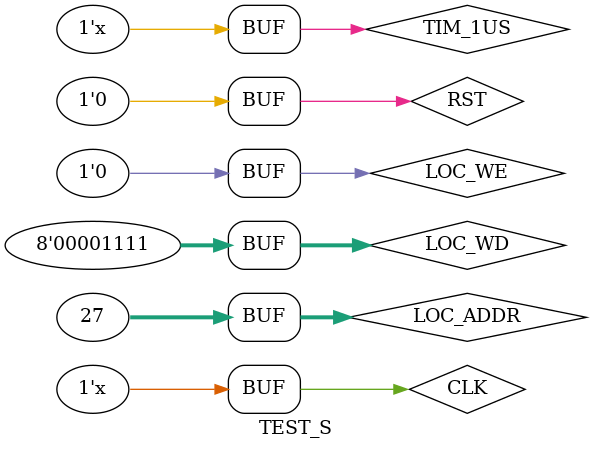
<source format=v>
`timescale 1ns / 1ns


module TEST_S;
    reg CLK ;
    reg RST ;
    reg TIM_1US ;
    reg  [31:0]LOC_ADDR ;				
    reg   [7:0]  LOC_WD  ; 
    reg     LOC_WE   ;   
    reg   LOC_RE                ;   
    reg REG_STATUS0			;   
    reg [15:0] REG_TRG_STATUS   ;   
    
   
    wire DAC_STRI ;
    wire DAC_SDI ;
    wire DAC_CLKI ;
  



    

    
    
    LOC_REG uut(
    .CLK(CLK),
    .RST(RST),
    .TIM_1US(TIM_1US),
    .LOC_ADDR(LOC_ADDR),
    .LOC_WD(LOC_WD),
    .LOC_WE(LOC_WE),
    .LOC_RE(LOC_RE),
    .REG_STATUS0(REG_STATUS0),
    .REG_TRG_STATUS(REG_TRG_STATUS),
   
    .DAC_STRI(DAC_STRI),
    .DAC_SDI(DAC_SDI),
    .DAC_CLKI(DAC_CLKI)
  
    
    );
    
    parameter STEP=20;
           always #(STEP/2)
           CLK = ~CLK;
           initial CLK=0;
           
           always #(40)
                      TIM_1US = ~TIM_1US;
                      initial TIM_1US=0 ;
           
    
    initial begin
    LOC_ADDR = 32'h00000000;LOC_WE = 1'b0;LOC_WD = 8'h00; //
    #10 RST = 1'b1;
    #10 RST = 1'b0;
    
   
    
 ///  #200 LOC_ADDR = 32'h0000001D;LOC_WE = 1'b1;LOC_WD = 8'h01;
       ///      #200  LOC_ADDR = 32'h0000001D;LOC_WE = 1'b0;LOC_WD = 8'h01;
              
    
          #200 LOC_ADDR = 32'h0000001C;LOC_WE = 1'b1;LOC_WD = 8'h01;
            #200  LOC_ADDR = 32'h0000001C;LOC_WE = 1'b0;LOC_WD = 8'h01;

 
    
      #200 LOC_ADDR = 32'h0000001B;LOC_WE = 1'b1;LOC_WD = 8'h0f;
      #200 LOC_ADDR = 32'h0000001B;LOC_WE = 1'b0;LOC_WD = 8'h0f;   
        
        
           
     
    
   
    
   
    

    
   

    
     
   
    
    
    
    
    
    
    
    
    
    
   end 
endmodule
</source>
